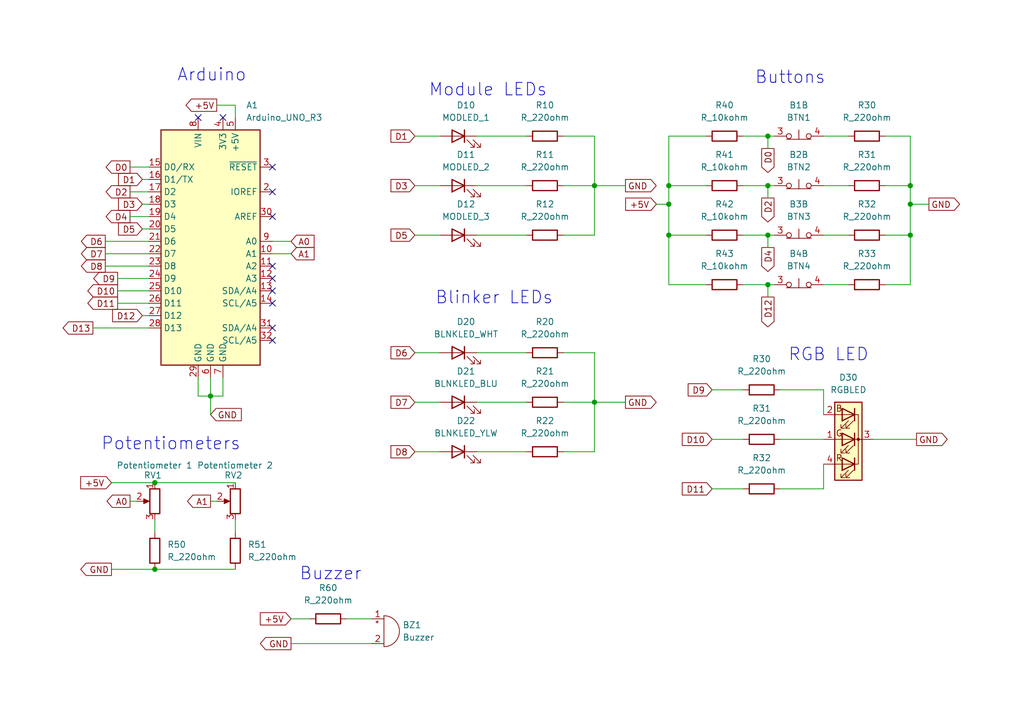
<source format=kicad_sch>
(kicad_sch (version 20231120) (generator "eeschema") (generator_version "8.0")
  (paper "A5")
  (title_block (title "Kaboom coupling diagram") (date "2024-06-17") (rev "v1.3"))
  (lib_symbols
    (symbol "Device:Buzzer" (pin_names (offset 0.0254) hide)
      (property "Reference" "BZ" (at 3.81 1.27 0))
      (property "Value" "Buzzer" (at 3.81 -1.27 0))
      (symbol "Buzzer_0_1"
        (arc (start 0 -3.175) (mid 3.1612 0) (end 0 3.175))
        (polyline (pts (xy -1.651 1.905) (xy -1.143 1.905)))
        (polyline (pts (xy -1.397 2.159) (xy -1.397 1.651)))
        (polyline (pts (xy 0 3.175) (xy 0 -3.175)))
      )
      (symbol "Buzzer_1_1"
        (pin passive line (at -2.54 2.54 0) (length 2.54) (name "+") (number "1"))
        (pin passive line (at -2.54 -2.54 0) (length 2.54) (name "-") (number "2"))
      )
    )
    (symbol "Device:LED" (pin_numbers hide) (pin_names (offset 1.016) hide)
      (property "Reference" "D" (at 0 2.54 0))
      (property "Value" "LED" (at 0 -2.54 0))
      (symbol "LED_0_1"
        (polyline (pts (xy -1.27 -1.27) (xy -1.27 1.27)) (stroke (width 0.254)))
        (polyline (pts (xy -1.27 0) (xy 1.27 0)))
        (polyline (pts (xy 1.27 -1.27) (xy 1.27 1.27) (xy -1.27 0) (xy 1.27 -1.27)) (stroke (width 0.254)))
        (polyline (pts (xy -3.048 -0.762) (xy -4.572 -2.286) (xy -3.81 -2.286) (xy -4.572 -2.286) (xy -4.572 -1.524)))
        (polyline (pts (xy -1.778 -0.762) (xy -3.302 -2.286) (xy -2.54 -2.286) (xy -3.302 -2.286) (xy -3.302 -1.524)))
      )
      (symbol "LED_1_1"
        (pin passive line (at -3.81 0 0) (length 2.54) (name "K") (number "1"))
        (pin passive line (at 3.81 0 180) (length 2.54) (name "A") (number "2"))
      )
    )
    (symbol "Device:LED_GBKR" (pin_names (offset 0) hide)
      (property "Reference" "D" (at 0 9.398 0))
      (property "Value" "LED_GBKR" (at 0 -8.89 0))
      (symbol "LED_GBKR_0_0"
        (text "B" (at 1.905 -6.35 0) (effects (font (size 1.27 1.27))))
        (text "G" (at 1.905 -1.27 0) (effects (font (size 1.27 1.27))))
        (text "R" (at 1.905 3.81 0) (effects (font (size 1.27 1.27))))
      )
      (symbol "LED_GBKR_0_1"
        (circle (center -2.032 0) (radius 0.254) (fill (type outline)))
        (polyline (pts (xy -1.27 -5.08) (xy 1.27 -5.08)))
        (polyline (pts (xy -1.27 -3.81) (xy -1.27 -6.35)) (stroke (width 0.254)))
        (polyline (pts (xy -1.27 0) (xy -2.54 0)))
        (polyline (pts (xy -1.27 1.27) (xy -1.27 -1.27)) (stroke (width 0.254)))
        (polyline (pts (xy -1.27 5.08) (xy 1.27 5.08)))
        (polyline (pts (xy -1.27 6.35) (xy -1.27 3.81)) (stroke (width 0.254)))
        (polyline (pts (xy 1.27 -5.08) (xy 2.54 -5.08)))
        (polyline (pts (xy 1.27 0) (xy -1.27 0)))
        (polyline (pts (xy 1.27 0) (xy 2.54 0)))
        (polyline (pts (xy 1.27 5.08) (xy 2.54 5.08)))
        (polyline (pts (xy -1.27 1.27) (xy -1.27 -1.27) (xy -1.27 -1.27)))
        (polyline (pts (xy -1.27 6.35) (xy -1.27 3.81) (xy -1.27 3.81)))
        (polyline (pts (xy -1.27 5.08) (xy -2.032 5.08) (xy -2.032 -5.08) (xy -1.016 -5.08)))
        (polyline (pts (xy 1.27 -3.81) (xy 1.27 -6.35) (xy -1.27 -5.08) (xy 1.27 -3.81)) (stroke (width 0.254)))
        (polyline (pts (xy 1.27 1.27) (xy 1.27 -1.27) (xy -1.27 0) (xy 1.27 1.27)) (stroke (width 0.254)))
        (polyline (pts (xy 1.27 6.35) (xy 1.27 3.81) (xy -1.27 5.08) (xy 1.27 6.35)) (stroke (width 0.254)))
        (polyline (pts (xy -1.016 -3.81) (xy 0.508 -2.286) (xy -0.254 -2.286) (xy 0.508 -2.286) (xy 0.508 -3.048)))
        (polyline (pts (xy -1.016 1.27) (xy 0.508 2.794) (xy -0.254 2.794) (xy 0.508 2.794) (xy 0.508 2.032)))
        (polyline (pts (xy -1.016 6.35) (xy 0.508 7.874) (xy -0.254 7.874) (xy 0.508 7.874) (xy 0.508 7.112)))
        (polyline (pts (xy 0 -3.81) (xy 1.524 -2.286) (xy 0.762 -2.286) (xy 1.524 -2.286) (xy 1.524 -3.048)))
        (polyline (pts (xy 0 1.27) (xy 1.524 2.794) (xy 0.762 2.794) (xy 1.524 2.794) (xy 1.524 2.032)))
        (polyline (pts (xy 0 6.35) (xy 1.524 7.874) (xy 0.762 7.874) (xy 1.524 7.874) (xy 1.524 7.112)))
        (rectangle (start 1.27 -1.27) (end 1.27 1.27))
        (rectangle (start 1.27 1.27) (end 1.27 1.27))
        (rectangle (start 1.27 3.81) (end 1.27 6.35))
        (rectangle (start 1.27 6.35) (end 1.27 6.35))
        (rectangle (start 2.794 8.382) (end -2.794 -7.62) (stroke (width 0.254)) (fill (type background)))
      )
      (symbol "LED_GBKR_1_1"
        (pin passive line (at 5.08 0 180) (length 2.54) (name "GA") (number "1"))
        (pin passive line (at 5.08 -5.08 180) (length 2.54) (name "BA") (number "2"))
        (pin passive line (at -5.08 0 0) (length 2.54) (name "K") (number "3"))
        (pin passive line (at 5.08 5.08 180) (length 2.54) (name "RA") (number "4"))
      )
    )
    (symbol "Device:R" (pin_numbers hide) (pin_names (offset 0))
      (property "Reference" "R" (at 2.032 0 90))
      (property "Value" "R" (at 0 0 90))
      (symbol "R_0_1"
        (rectangle (start -1.016 -2.54) (end 1.016 2.54) (stroke (width 0.254)))
      )
      (symbol "R_1_1"
        (pin passive line (at 0 3.81 270) (length 1.27) (name "~") (number "1"))
        (pin passive line (at 0 -3.81 90) (length 1.27) (name "~") (number "2"))
      )
    )
    (symbol "Device:R_Potentiometer" (pin_names (offset 1.016) hide)
      (property "Reference" "RV" (at -4.445 0 90))
      (property "Value" "R_Potentiometer" (at -2.54 0 90))
      (symbol "R_Potentiometer_0_1"
        (polyline (pts (xy 2.54 0) (xy 1.524 0)))
        (polyline (pts (xy 1.143 0) (xy 2.286 0.508) (xy 2.286 -0.508) (xy 1.143 0)) (fill (type outline)))
        (rectangle (start 1.016 2.54) (end -1.016 -2.54) (stroke (width 0.254)))
      )
      (symbol "R_Potentiometer_1_1"
        (pin passive line (at 0 3.81 270) (length 1.27) (name "1") (number "1"))
        (pin passive line (at 3.81 0 180) (length 1.27) (name "2") (number "2"))
        (pin passive line (at 0 -3.81 90) (length 1.27) (name "3") (number "3"))
      )
    )
    (symbol "MCU_Module:Arduino_UNO_R3"
      (property "Reference" "A" (at -10.16 23.495 0))
      (property "Value" "Arduino_UNO_R3" (at 5.08 -26.67 0))
      (symbol "Arduino_UNO_R3_0_1"
        (rectangle (start -10.16 22.86) (end 10.16 -25.4) (stroke (width 0.254)) (fill (type background)))
      )
      (symbol "Arduino_UNO_R3_1_1"
        (pin no_connect line (at -10.16 -20.32 0) (length 2.54) hide (name "NC") (number "1"))
        (pin bidirectional line (at 12.7 -2.54 180) (length 2.54) (name "A1") (number "10"))
        (pin bidirectional line (at 12.7 -5.08 180) (length 2.54) (name "A2") (number "11"))
        (pin bidirectional line (at 12.7 -7.62 180) (length 2.54) (name "A3") (number "12"))
        (pin bidirectional line (at 12.7 -10.16 180) (length 2.54) (name "SDA/A4") (number "13"))
        (pin bidirectional line (at 12.7 -12.7 180) (length 2.54) (name "SCL/A5") (number "14"))
        (pin bidirectional line (at -12.7 15.24 0) (length 2.54) (name "D0/RX") (number "15"))
        (pin bidirectional line (at -12.7 12.7 0) (length 2.54) (name "D1/TX") (number "16"))
        (pin bidirectional line (at -12.7 10.16 0) (length 2.54) (name "D2") (number "17"))
        (pin bidirectional line (at -12.7 7.62 0) (length 2.54) (name "D3") (number "18"))
        (pin bidirectional line (at -12.7 5.08 0) (length 2.54) (name "D4") (number "19"))
        (pin output line (at 12.7 10.16 180) (length 2.54) (name "IOREF") (number "2"))
        (pin bidirectional line (at -12.7 2.54 0) (length 2.54) (name "D5") (number "20"))
        (pin bidirectional line (at -12.7 0 0) (length 2.54) (name "D6") (number "21"))
        (pin bidirectional line (at -12.7 -2.54 0) (length 2.54) (name "D7") (number "22"))
        (pin bidirectional line (at -12.7 -5.08 0) (length 2.54) (name "D8") (number "23"))
        (pin bidirectional line (at -12.7 -7.62 0) (length 2.54) (name "D9") (number "24"))
        (pin bidirectional line (at -12.7 -10.16 0) (length 2.54) (name "D10") (number "25"))
        (pin bidirectional line (at -12.7 -12.7 0) (length 2.54) (name "D11") (number "26"))
        (pin bidirectional line (at -12.7 -15.24 0) (length 2.54) (name "D12") (number "27"))
        (pin bidirectional line (at -12.7 -17.78 0) (length 2.54) (name "D13") (number "28"))
        (pin power_in line (at -2.54 -27.94 90) (length 2.54) (name "GND") (number "29"))
        (pin input line (at 12.7 15.24 180) (length 2.54) (name "~{RESET}") (number "3"))
        (pin input line (at 12.7 5.08 180) (length 2.54) (name "AREF") (number "30"))
        (pin bidirectional line (at 12.7 -17.78 180) (length 2.54) (name "SDA/A4") (number "31"))
        (pin bidirectional line (at 12.7 -20.32 180) (length 2.54) (name "SCL/A5") (number "32"))
        (pin power_out line (at 2.54 25.4 270) (length 2.54) (name "3V3") (number "4"))
        (pin power_out line (at 5.08 25.4 270) (length 2.54) (name "+5V") (number "5"))
        (pin power_in line (at 0 -27.94 90) (length 2.54) (name "GND") (number "6"))
        (pin power_in line (at 2.54 -27.94 90) (length 2.54) (name "GND") (number "7"))
        (pin power_in line (at -2.54 25.4 270) (length 2.54) (name "VIN") (number "8"))
        (pin bidirectional line (at 12.7 0 180) (length 2.54) (name "A0") (number "9"))
      )
    )
    (symbol "Switch:SW_Push_Open_Dual_x2" (pin_names (offset 1.016) hide)
      (property "Reference" "SW" (at 0 2.54 0))
      (property "Value" "SW_Push_Open_Dual_x2" (at 0 -1.905 0))
      (symbol "SW_Push_Open_Dual_x2_0_1"
        (circle (center -2.032 0) (radius 0.508))
        (polyline (pts (xy -2.54 -0.635) (xy 2.54 -0.635)))
        (polyline (pts (xy 0 -0.635) (xy 0 1.27)))
        (circle (center 2.032 0) (radius 0.508))
      )
      (symbol "SW_Push_Open_Dual_x2_1_1"
        (pin passive line (at -5.08 0 0) (length 2.54) (name "1") (number "1"))
        (pin passive line (at 5.08 0 180) (length 2.54) (name "2") (number "2"))
      )
      (symbol "SW_Push_Open_Dual_x2_2_1"
        (pin passive line (at -5.08 0 0) (length 2.54) (name "1") (number "3"))
        (pin passive line (at 5.08 0 180) (length 2.54) (name "2") (number "4"))
      )
    )
  )
  (junction (at 137.16 38.1))
  (junction (at 137.16 41.91))
  (junction (at 121.92 38.1))
  (junction (at 137.16 48.26))
  (junction (at 186.69 41.91))
  (junction (at 157.48 58.42))
  (junction (at 157.48 27.94))
  (junction (at 157.48 48.26))
  (junction (at 43.18 81.28))
  (junction (at 31.75 116.84))
  (junction (at 31.75 99.06))
  (junction (at 157.48 38.1))
  (junction (at 186.69 38.1))
  (junction (at 186.69 48.26))
  (junction (at 121.92 82.55))
  (no_connect (at 55.88 34.29))
  (no_connect (at 55.88 62.23))
  (no_connect (at 55.88 44.45))
  (no_connect (at 40.64 24.13))
  (no_connect (at 55.88 59.69))
  (no_connect (at 55.88 57.15))
  (no_connect (at 55.88 67.31))
  (no_connect (at 55.88 39.37))
  (no_connect (at 55.88 69.85))
  (no_connect (at 55.88 54.61))
  (no_connect (at 45.72 24.13))
  (wire (pts (xy 186.69 48.26) (xy 186.69 41.91)))
  (wire (pts (xy 121.92 82.55) (xy 121.92 92.71)))
  (wire (pts (xy 168.91 38.1) (xy 173.99 38.1)))
  (wire (pts (xy 97.79 27.94) (xy 107.95 27.94)))
  (wire (pts (xy 137.16 48.26) (xy 137.16 58.42)))
  (wire (pts (xy 186.69 27.94) (xy 186.69 38.1)))
  (wire (pts (xy 43.18 81.28) (xy 45.72 81.28)))
  (wire (pts (xy 85.09 27.94) (xy 90.17 27.94)))
  (wire (pts (xy 168.91 27.94) (xy 173.99 27.94)))
  (wire (pts (xy 121.92 82.55) (xy 128.27 82.55)))
  (wire (pts (xy 157.48 58.42) (xy 158.75 58.42)))
  (wire (pts (xy 24.13 62.23) (xy 30.48 62.23)))
  (wire (pts (xy 97.79 38.1) (xy 107.95 38.1)))
  (wire (pts (xy 152.4 27.94) (xy 157.48 27.94)))
  (wire (pts (xy 48.26 24.13) (xy 48.26 21.59)))
  (wire (pts (xy 55.88 49.53) (xy 59.69 49.53)))
  (wire (pts (xy 160.02 80.01) (xy 168.91 80.01)))
  (wire (pts (xy 168.91 100.33) (xy 168.91 95.25)))
  (wire (pts (xy 45.72 77.47) (xy 45.72 81.28)))
  (wire (pts (xy 168.91 80.01) (xy 168.91 85.09)))
  (wire (pts (xy 115.57 92.71) (xy 121.92 92.71)))
  (wire (pts (xy 152.4 58.42) (xy 157.48 58.42)))
  (wire (pts (xy 59.69 127) (xy 63.5 127)))
  (wire (pts (xy 181.61 27.94) (xy 186.69 27.94)))
  (wire (pts (xy 157.48 27.94) (xy 158.75 27.94)))
  (wire (pts (xy 22.86 99.06) (xy 31.75 99.06)))
  (wire (pts (xy 29.21 36.83) (xy 30.48 36.83)))
  (wire (pts (xy 97.79 92.71) (xy 107.95 92.71)))
  (wire (pts (xy 137.16 38.1) (xy 137.16 27.94)))
  (wire (pts (xy 152.4 38.1) (xy 157.48 38.1)))
  (wire (pts (xy 43.18 77.47) (xy 43.18 81.28)))
  (wire (pts (xy 29.21 64.77) (xy 30.48 64.77)))
  (wire (pts (xy 168.91 58.42) (xy 173.99 58.42)))
  (wire (pts (xy 59.69 132.08) (xy 76.2 132.08)))
  (wire (pts (xy 115.57 82.55) (xy 121.92 82.55)))
  (wire (pts (xy 186.69 38.1) (xy 186.69 41.91)))
  (wire (pts (xy 26.67 39.37) (xy 30.48 39.37)))
  (wire (pts (xy 115.57 38.1) (xy 121.92 38.1)))
  (wire (pts (xy 21.59 54.61) (xy 30.48 54.61)))
  (wire (pts (xy 146.05 90.17) (xy 152.4 90.17)))
  (wire (pts (xy 85.09 38.1) (xy 90.17 38.1)))
  (wire (pts (xy 160.02 100.33) (xy 168.91 100.33)))
  (wire (pts (xy 168.91 48.26) (xy 173.99 48.26)))
  (wire (pts (xy 97.79 48.26) (xy 107.95 48.26)))
  (wire (pts (xy 85.09 82.55) (xy 90.17 82.55)))
  (wire (pts (xy 157.48 38.1) (xy 158.75 38.1)))
  (wire (pts (xy 157.48 48.26) (xy 158.75 48.26)))
  (wire (pts (xy 24.13 59.69) (xy 30.48 59.69)))
  (wire (pts (xy 31.75 116.84) (xy 48.26 116.84)))
  (wire (pts (xy 71.12 127) (xy 76.2 127)))
  (wire (pts (xy 137.16 38.1) (xy 137.16 41.91)))
  (wire (pts (xy 97.79 82.55) (xy 107.95 82.55)))
  (wire (pts (xy 137.16 58.42) (xy 144.78 58.42)))
  (wire (pts (xy 31.75 106.68) (xy 31.75 109.22)))
  (wire (pts (xy 160.02 90.17) (xy 168.91 90.17)))
  (wire (pts (xy 26.67 102.87) (xy 27.94 102.87)))
  (wire (pts (xy 137.16 38.1) (xy 144.78 38.1)))
  (wire (pts (xy 146.05 80.01) (xy 152.4 80.01)))
  (wire (pts (xy 55.88 52.07) (xy 59.69 52.07)))
  (wire (pts (xy 43.18 102.87) (xy 44.45 102.87)))
  (wire (pts (xy 26.67 34.29) (xy 30.48 34.29)))
  (wire (pts (xy 121.92 27.94) (xy 121.92 38.1)))
  (wire (pts (xy 121.92 38.1) (xy 128.27 38.1)))
  (wire (pts (xy 21.59 52.07) (xy 30.48 52.07)))
  (wire (pts (xy 26.67 44.45) (xy 30.48 44.45)))
  (wire (pts (xy 179.07 90.17) (xy 187.96 90.17)))
  (wire (pts (xy 152.4 48.26) (xy 157.48 48.26)))
  (wire (pts (xy 29.21 46.99) (xy 30.48 46.99)))
  (wire (pts (xy 22.86 116.84) (xy 31.75 116.84)))
  (wire (pts (xy 115.57 72.39) (xy 121.92 72.39)))
  (wire (pts (xy 29.21 41.91) (xy 30.48 41.91)))
  (wire (pts (xy 157.48 58.42) (xy 157.48 60.96)))
  (wire (pts (xy 137.16 48.26) (xy 144.78 48.26)))
  (wire (pts (xy 115.57 48.26) (xy 121.92 48.26)))
  (wire (pts (xy 97.79 72.39) (xy 107.95 72.39)))
  (wire (pts (xy 48.26 21.59) (xy 44.45 21.59)))
  (wire (pts (xy 85.09 92.71) (xy 90.17 92.71)))
  (wire (pts (xy 121.92 72.39) (xy 121.92 82.55)))
  (wire (pts (xy 115.57 27.94) (xy 121.92 27.94)))
  (wire (pts (xy 134.62 41.91) (xy 137.16 41.91)))
  (wire (pts (xy 146.05 100.33) (xy 152.4 100.33)))
  (wire (pts (xy 31.75 99.06) (xy 48.26 99.06)))
  (wire (pts (xy 157.48 48.26) (xy 157.48 50.8)))
  (wire (pts (xy 157.48 27.94) (xy 157.48 30.48)))
  (wire (pts (xy 137.16 27.94) (xy 144.78 27.94)))
  (wire (pts (xy 85.09 72.39) (xy 90.17 72.39)))
  (wire (pts (xy 40.64 81.28) (xy 43.18 81.28)))
  (wire (pts (xy 19.05 67.31) (xy 30.48 67.31)))
  (wire (pts (xy 43.18 81.28) (xy 43.18 85.09)))
  (wire (pts (xy 137.16 41.91) (xy 137.16 48.26)))
  (wire (pts (xy 40.64 77.47) (xy 40.64 81.28)))
  (wire (pts (xy 186.69 41.91) (xy 190.5 41.91)))
  (wire (pts (xy 24.13 57.15) (xy 30.48 57.15)))
  (wire (pts (xy 48.26 106.68) (xy 48.26 109.22)))
  (wire (pts (xy 186.69 58.42) (xy 186.69 48.26)))
  (wire (pts (xy 181.61 58.42) (xy 186.69 58.42)))
  (wire (pts (xy 85.09 48.26) (xy 90.17 48.26)))
  (wire (pts (xy 21.59 49.53) (xy 30.48 49.53)))
  (wire (pts (xy 157.48 40.64) (xy 157.48 38.1)))
  (wire (pts (xy 181.61 38.1) (xy 186.69 38.1)))
  (wire (pts (xy 121.92 38.1) (xy 121.92 48.26)))
  (wire (pts (xy 181.61 48.26) (xy 186.69 48.26)))
  (text "RGB LED" (at 169.926 72.898 0) (effects (font (size 2.54 2.54))))
  (text "Blinker LEDs" (at 101.346 61.214 0) (effects (font (size 2.54 2.54))))
  (text "Arduino" (at 43.434 15.494 0) (effects (font (size 2.54 2.54))))
  (text "Buttons" (at 162.052 16.002 0) (effects (font (size 2.54 2.54))))
  (text "Potentiometers" (at 35.052 91.186 0) (effects (font (size 2.54 2.54))))
  (text "Buzzer" (at 67.818 117.856 0) (effects (font (size 2.54 2.54))))
  (text "Module LEDs" (at 100.076 18.542 0) (effects (font (size 2.54 2.54))))
  (global_label "GND" (shape output) (at 22.86 116.84 180) (property "Intersheetrefs" "${INTERSHEET_REFS}" (effects (hide yes))))
  (global_label "D11" (shape input) (at 146.05 100.33 180) (property "Intersheetrefs" "${INTERSHEET_REFS}" (effects (hide yes))))
  (global_label "D0" (shape output) (at 157.48 30.48 270) (property "Intersheetrefs" "${INTERSHEET_REFS}" (effects (hide yes))))
  (global_label "D7" (shape output) (at 21.59 52.07 180) (property "Intersheetrefs" "${INTERSHEET_REFS}" (effects (hide yes))))
  (global_label "+5V" (shape input) (at 22.86 99.06 180) (property "Intersheetrefs" "${INTERSHEET_REFS}" (effects (hide yes))))
  (global_label "D6" (shape input) (at 85.09 72.39 180) (property "Intersheetrefs" "${INTERSHEET_REFS}" (effects (hide yes))))
  (global_label "D10" (shape output) (at 24.13 59.69 180) (property "Intersheetrefs" "${INTERSHEET_REFS}" (effects (hide yes))))
  (global_label "GND" (shape output) (at 128.27 38.1 0) (property "Intersheetrefs" "${INTERSHEET_REFS}" (effects (hide yes))))
  (global_label "A0" (shape input) (at 59.69 49.53 0) (property "Intersheetrefs" "${INTERSHEET_REFS}" (effects (hide yes))))
  (global_label "+5V" (shape input) (at 134.62 41.91 180) (property "Intersheetrefs" "${INTERSHEET_REFS}" (effects (hide yes))))
  (global_label "D1" (shape input) (at 85.09 27.94 180) (property "Intersheetrefs" "${INTERSHEET_REFS}" (effects (hide yes))))
  (global_label "D4" (shape output) (at 26.67 44.45 180) (property "Intersheetrefs" "${INTERSHEET_REFS}" (effects (hide yes))))
  (global_label "D8" (shape output) (at 21.59 54.61 180) (property "Intersheetrefs" "${INTERSHEET_REFS}" (effects (hide yes))))
  (global_label "D8" (shape input) (at 85.09 92.71 180) (property "Intersheetrefs" "${INTERSHEET_REFS}" (effects (hide yes))))
  (global_label "GND" (shape output) (at 190.5 41.91 0) (property "Intersheetrefs" "${INTERSHEET_REFS}" (effects (hide yes))))
  (global_label "D6" (shape output) (at 21.59 49.53 180) (property "Intersheetrefs" "${INTERSHEET_REFS}" (effects (hide yes))))
  (global_label "D0" (shape output) (at 26.67 34.29 180) (property "Intersheetrefs" "${INTERSHEET_REFS}" (effects (hide yes))))
  (global_label "D1" (shape input) (at 29.21 36.83 180) (property "Intersheetrefs" "${INTERSHEET_REFS}" (effects (hide yes))))
  (global_label "D2" (shape output) (at 26.67 39.37 180) (property "Intersheetrefs" "${INTERSHEET_REFS}" (effects (hide yes))))
  (global_label "D10" (shape input) (at 146.05 90.17 180) (property "Intersheetrefs" "${INTERSHEET_REFS}" (effects (hide yes))))
  (global_label "D12" (shape output) (at 157.48 60.96 270) (property "Intersheetrefs" "${INTERSHEET_REFS}" (effects (hide yes))))
  (global_label "D3" (shape input) (at 85.09 38.1 180) (property "Intersheetrefs" "${INTERSHEET_REFS}" (effects (hide yes))))
  (global_label "D9" (shape output) (at 24.13 57.15 180) (property "Intersheetrefs" "${INTERSHEET_REFS}" (effects (hide yes))))
  (global_label "GND" (shape output) (at 187.96 90.17 0) (property "Intersheetrefs" "${INTERSHEET_REFS}" (effects (hide yes))))
  (global_label "GND" (shape output) (at 128.27 82.55 0) (property "Intersheetrefs" "${INTERSHEET_REFS}" (effects (hide yes))))
  (global_label "D7" (shape input) (at 85.09 82.55 180) (property "Intersheetrefs" "${INTERSHEET_REFS}" (effects (hide yes))))
  (global_label "D12" (shape input) (at 29.21 64.77 180) (property "Intersheetrefs" "${INTERSHEET_REFS}" (effects (hide yes))))
  (global_label "D5" (shape input) (at 29.21 46.99 180) (property "Intersheetrefs" "${INTERSHEET_REFS}" (effects (hide yes))))
  (global_label "D4" (shape output) (at 157.48 50.8 270) (property "Intersheetrefs" "${INTERSHEET_REFS}" (effects (hide yes))))
  (global_label "A1" (shape output) (at 43.18 102.87 180) (property "Intersheetrefs" "${INTERSHEET_REFS}" (effects (hide yes))))
  (global_label "D9" (shape input) (at 146.05 80.01 180) (property "Intersheetrefs" "${INTERSHEET_REFS}" (effects (hide yes))))
  (global_label "D3" (shape input) (at 29.21 41.91 180) (property "Intersheetrefs" "${INTERSHEET_REFS}" (effects (hide yes))))
  (global_label "+5V" (shape input) (at 59.69 127 180) (property "Intersheetrefs" "${INTERSHEET_REFS}" (effects (hide yes))))
  (global_label "D11" (shape output) (at 24.13 62.23 180) (property "Intersheetrefs" "${INTERSHEET_REFS}" (effects (hide yes))))
  (global_label "D13" (shape output) (at 19.05 67.31 180) (property "Intersheetrefs" "${INTERSHEET_REFS}" (effects (hide yes))))
  (global_label "A1" (shape input) (at 59.69 52.07 0) (property "Intersheetrefs" "${INTERSHEET_REFS}" (effects (hide yes))))
  (global_label "GND" (shape input) (at 43.18 85.09 0) (property "Intersheetrefs" "${INTERSHEET_REFS}" (effects (hide yes))))
  (global_label "+5V" (shape output) (at 44.45 21.59 180) (property "Intersheetrefs" "${INTERSHEET_REFS}" (effects (hide yes))))
  (global_label "D2" (shape output) (at 157.48 40.64 270) (property "Intersheetrefs" "${INTERSHEET_REFS}" (effects (hide yes))))
  (global_label "D5" (shape input) (at 85.09 48.26 180) (property "Intersheetrefs" "${INTERSHEET_REFS}" (effects (hide yes))))
  (global_label "A0" (shape output) (at 26.67 102.87 180) (property "Intersheetrefs" "${INTERSHEET_REFS}" (effects (hide yes))))
  (global_label "GND" (shape output) (at 59.69 132.08 180) (property "Intersheetrefs" "${INTERSHEET_REFS}" (effects (hide yes))))
  (symbol (lib_id "Device:R") (at 111.76 82.55 90) (unit 1)
    (property "Reference" "R21" (at 111.76 76.2 90))
    (property "Value" "R_220ohm" (at 111.76 78.74 90))
    (property "Description" "Resistor" (effects (hide yes)))
  )
  (symbol (lib_id "Device:R") (at 148.59 27.94 90) (unit 1)
    (property "Reference" "R40" (at 148.59 21.59 90))
    (property "Value" "R_10kohm" (at 148.59 24.13 90))
    (property "Description" "Resistor" (effects (hide yes)))
  )
  (symbol (lib_id "Device:Buzzer") (at 78.74 129.54 0) (unit 1)
    (property "Reference" "BZ1" (at 82.55 128.2699 0) (effects (justify left)))
    (property "Value" "Buzzer" (at 82.55 130.8099 0) (effects (justify left)))
    (property "Description" "Buzzer, polarized" (effects (hide yes)))
  )
  (symbol (lib_id "Device:LED") (at 93.98 72.39 0) (mirror y) (unit 1)
    (property "Reference" "D20" (at 95.5675 66.04 0))
    (property "Value" "BLNKLED_WHT" (at 95.5675 68.58 0))
    (property "Description" "Light emitting diode" (effects (hide yes)))
  )
  (symbol (lib_id "Device:LED") (at 93.98 82.55 0) (mirror y) (unit 1)
    (property "Reference" "D21" (at 95.5675 76.2 0))
    (property "Value" "BLNKLED_BLU" (at 95.5675 78.74 0))
    (property "Description" "Light emitting diode" (effects (hide yes)))
  )
  (symbol (lib_id "Switch:SW_Push_Open_Dual_x2") (at 163.83 58.42 0) (unit 2)
    (property "Reference" "B4" (at 163.83 52.07 0))
    (property "Value" "BTN4" (at 163.83 54.61 0))
    (property "Description" "Push button switch, push-to-open, generic, two pins" (effects (hide yes)))
  )
  (symbol (lib_id "Device:R") (at 177.8 58.42 90) (unit 1)
    (property "Reference" "R33" (at 177.8 52.07 90))
    (property "Value" "R_220ohm" (at 177.8 54.61 90))
    (property "Description" "Resistor" (effects (hide yes)))
  )
  (symbol (lib_id "Device:R") (at 177.8 38.1 90) (unit 1)
    (property "Reference" "R31" (at 177.8 31.75 90))
    (property "Value" "R_220ohm" (at 177.8 34.29 90))
    (property "Description" "Resistor" (effects (hide yes)))
  )
  (symbol (lib_id "Device:R") (at 148.59 48.26 90) (unit 1)
    (property "Reference" "R42" (at 148.59 41.91 90))
    (property "Value" "R_10kohm" (at 148.59 44.45 90))
    (property "Description" "Resistor" (effects (hide yes)))
  )
  (symbol (lib_id "Device:R") (at 177.8 48.26 90) (unit 1)
    (property "Reference" "R32" (at 177.8 41.91 90))
    (property "Value" "R_220ohm" (at 177.8 44.45 90))
    (property "Description" "Resistor" (effects (hide yes)))
  )
  (symbol (lib_id "Device:R") (at 31.75 113.03 0) (unit 1)
    (property "Reference" "R50" (at 34.29 111.7599 0) (effects (justify left)))
    (property "Value" "R_220ohm" (at 34.29 114.2999 0) (effects (justify left)))
    (property "Description" "Resistor" (effects (hide yes)))
  )
  (symbol (lib_id "Device:R") (at 156.21 80.01 90) (unit 1)
    (property "Reference" "R30" (at 156.21 73.66 90))
    (property "Value" "R_220ohm" (at 156.21 76.2 90))
    (property "Description" "Resistor" (effects (hide yes)))
  )
  (symbol (lib_id "Device:LED") (at 93.98 38.1 0) (mirror y) (unit 1)
    (property "Reference" "D11" (at 95.5675 31.75 0))
    (property "Value" "MODLED_2" (at 95.5675 34.29 0))
    (property "Description" "Light emitting diode" (effects (hide yes)))
  )
  (symbol (lib_id "Device:R") (at 111.76 48.26 90) (unit 1)
    (property "Reference" "R12" (at 111.76 41.91 90))
    (property "Value" "R_220ohm" (at 111.76 44.45 90))
    (property "Description" "Resistor" (effects (hide yes)))
  )
  (symbol (lib_id "Device:LED_GBKR") (at 173.99 90.17 180) (unit 1)
    (property "Reference" "D30" (at 173.99 77.47 0))
    (property "Value" "RGBLED" (at 173.99 80.01 0))
    (property "Description" "RGB LED, green/blue/cathode/red" (effects (hide yes)))
  )
  (symbol (lib_id "Device:LED") (at 93.98 27.94 0) (mirror y) (unit 1)
    (property "Reference" "D10" (at 95.5675 21.59 0))
    (property "Value" "MODLED_1" (at 95.5675 24.13 0))
    (property "Description" "Light emitting diode" (effects (hide yes)))
  )
  (symbol (lib_id "Switch:SW_Push_Open_Dual_x2") (at 163.83 48.26 0) (unit 2)
    (property "Reference" "B3" (at 163.83 41.91 0))
    (property "Value" "BTN3" (at 163.83 44.45 0))
    (property "Description" "Push button switch, push-to-open, generic, two pins" (effects (hide yes)))
  )
  (symbol (lib_id "Device:R") (at 67.31 127 90) (unit 1)
    (property "Reference" "R60" (at 67.31 120.65 90))
    (property "Value" "R_220ohm" (at 67.31 123.19 90))
    (property "Description" "Resistor" (effects (hide yes)))
  )
  (symbol (lib_id "Device:LED") (at 93.98 92.71 0) (mirror y) (unit 1)
    (property "Reference" "D22" (at 95.5675 86.36 0))
    (property "Value" "BLNKLED_YLW" (at 95.5675 88.9 0))
    (property "Description" "Light emitting diode" (effects (hide yes)))
  )
  (symbol (lib_id "Switch:SW_Push_Open_Dual_x2") (at 163.83 27.94 0) (unit 2)
    (property "Reference" "B1" (at 163.83 21.59 0))
    (property "Value" "BTN1" (at 163.83 24.13 0))
    (property "Description" "Push button switch, push-to-open, generic, two pins" (effects (hide yes)))
  )
  (symbol (lib_id "Device:R_Potentiometer") (at 31.75 102.87 0) (mirror y) (unit 1)
    (property "Reference" "RV1" (at 29.464 97.536 0) (effects (justify right)))
    (property "Value" "Potentiometer 1" (at 23.876 95.504 0) (effects (justify right)))
    (property "Description" "Potentiometer" (effects (hide yes)))
  )
  (symbol (lib_id "Device:R") (at 48.26 113.03 0) (unit 1)
    (property "Reference" "R51" (at 50.8 111.7599 0) (effects (justify left)))
    (property "Value" "R_220ohm" (at 50.8 114.2999 0) (effects (justify left)))
    (property "Description" "Resistor" (effects (hide yes)))
  )
  (symbol (lib_id "Device:R") (at 148.59 58.42 90) (unit 1)
    (property "Reference" "R43" (at 148.59 52.07 90))
    (property "Value" "R_10kohm" (at 148.59 54.61 90))
    (property "Description" "Resistor" (effects (hide yes)))
  )
  (symbol (lib_id "Device:R") (at 111.76 38.1 90) (unit 1)
    (property "Reference" "R11" (at 111.76 31.75 90))
    (property "Value" "R_220ohm" (at 111.76 34.29 90))
    (property "Description" "Resistor" (effects (hide yes)))
  )
  (symbol (lib_id "Device:R") (at 177.8 27.94 90) (unit 1)
    (property "Reference" "R30" (at 177.8 21.59 90))
    (property "Value" "R_220ohm" (at 177.8 24.13 90))
    (property "Description" "Resistor" (effects (hide yes)))
  )
  (symbol (lib_id "Device:R") (at 111.76 27.94 90) (unit 1)
    (property "Reference" "R10" (at 111.76 21.59 90))
    (property "Value" "R_220ohm" (at 111.76 24.13 90))
    (property "Description" "Resistor" (effects (hide yes)))
  )
  (symbol (lib_id "Device:R") (at 156.21 90.17 90) (unit 1)
    (property "Reference" "R31" (at 156.21 83.82 90))
    (property "Value" "R_220ohm" (at 156.21 86.36 90))
    (property "Description" "Resistor" (effects (hide yes)))
  )
  (symbol (lib_id "Device:R") (at 111.76 92.71 90) (unit 1)
    (property "Reference" "R22" (at 111.76 86.36 90))
    (property "Value" "R_220ohm" (at 111.76 88.9 90))
    (property "Description" "Resistor" (effects (hide yes)))
  )
  (symbol (lib_id "Device:R_Potentiometer") (at 48.26 102.87 0) (mirror y) (unit 1)
    (property "Reference" "RV2" (at 45.974 97.536 0) (effects (justify right)))
    (property "Value" "Potentiometer 2" (at 40.386 95.504 0) (effects (justify right)))
    (property "Description" "Potentiometer" (effects (hide yes)))
  )
  (symbol (lib_id "Switch:SW_Push_Open_Dual_x2") (at 163.83 38.1 0) (unit 2)
    (property "Reference" "B2" (at 163.83 31.75 0))
    (property "Value" "BTN2" (at 163.83 34.29 0))
    (property "Description" "Push button switch, push-to-open, generic, two pins" (effects (hide yes)))
  )
  (symbol (lib_id "Device:R") (at 156.21 100.33 90) (unit 1)
    (property "Reference" "R32" (at 156.21 93.98 90))
    (property "Value" "R_220ohm" (at 156.21 96.52 90))
    (property "Description" "Resistor" (effects (hide yes)))
  )
  (symbol (lib_id "MCU_Module:Arduino_UNO_R3") (at 43.18 49.53 0) (unit 1)
    (property "Reference" "A1" (at 50.4541 21.59 0) (effects (justify left)))
    (property "Value" "Arduino_UNO_R3" (at 50.4541 24.13 0) (effects (justify left)))
    (property "Footprint" "Module:Arduino_UNO_R3" (effects (hide yes)))
    (property "Datasheet" "https://www.arduino.cc/en/Main/arduinoBoardUno" (effects (hide yes)))
    (property "Description" "Arduino UNO Microcontroller Module, release 3" (effects (hide yes)))
  )
  (symbol (lib_id "Device:LED") (at 93.98 48.26 0) (mirror y) (unit 1)
    (property "Reference" "D12" (at 95.5675 41.91 0))
    (property "Value" "MODLED_3" (at 95.5675 44.45 0))
    (property "Description" "Light emitting diode" (effects (hide yes)))
  )
  (symbol (lib_id "Device:R") (at 148.59 38.1 90) (unit 1)
    (property "Reference" "R41" (at 148.59 31.75 90))
    (property "Value" "R_10kohm" (at 148.59 34.29 90))
    (property "Description" "Resistor" (effects (hide yes)))
  )
  (symbol (lib_id "Device:R") (at 111.76 72.39 90) (unit 1)
    (property "Reference" "R20" (at 111.76 66.04 90))
    (property "Value" "R_220ohm" (at 111.76 68.58 90))
    (property "Description" "Resistor" (effects (hide yes)))
  )
)
</source>
